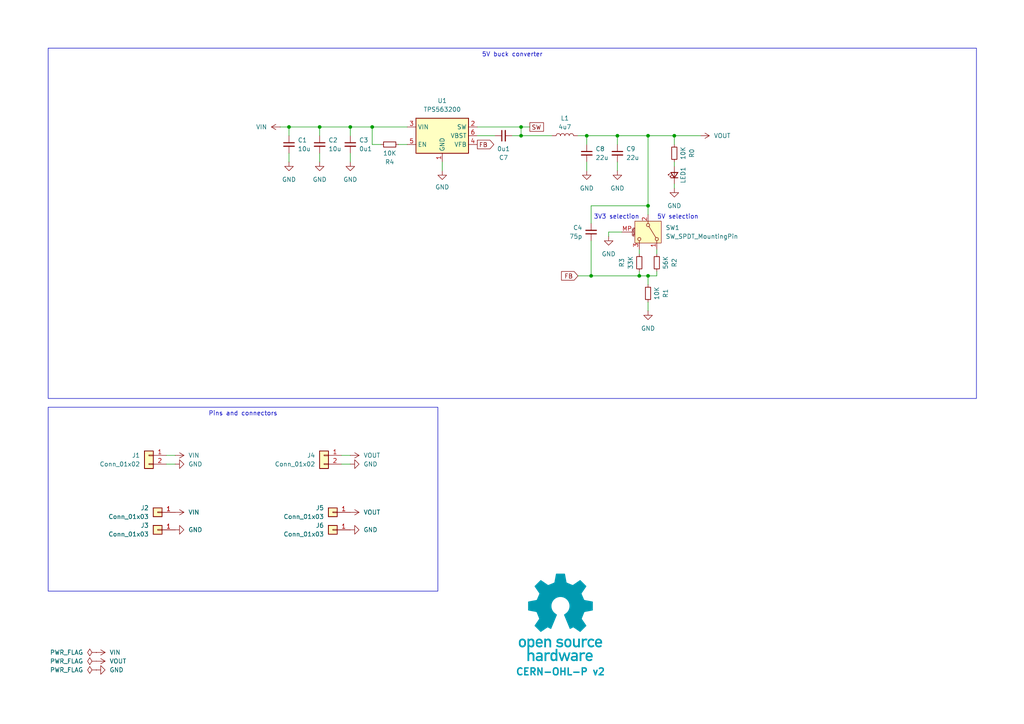
<source format=kicad_sch>
(kicad_sch (version 20231120) (generator "eeschema") (generator_version "8.0")
  (paper "A4")
  (lib_symbols
    (symbol "Connector_Generic:Conn_01x01" (pin_names (offset 1.016) hide)
      (property "Reference" "J" (at 0 2.54 0))
      (property "Value" "Conn_01x01" (at 0 -2.54 0))
      (symbol "Conn_01x01_1_1"
        (rectangle (start -1.27 0.127) (end 0 -0.127) (stroke (width 0.1524)))
        (rectangle (start -1.27 1.27) (end 1.27 -1.27) (stroke (width 0.254)) (fill (type background)))
        (pin passive line (at -5.08 0 0) (length 3.81) (name "Pin_1") (number "1"))
      )
    )
    (symbol "Connector_Generic:Conn_01x02" (pin_names (offset 1.016) hide)
      (property "Reference" "J" (at 0 2.54 0))
      (property "Value" "Conn_01x02" (at 0 -5.08 0))
      (symbol "Conn_01x02_1_1"
        (rectangle (start -1.27 -2.413) (end 0 -2.667) (stroke (width 0.1524)))
        (rectangle (start -1.27 0.127) (end 0 -0.127) (stroke (width 0.1524)))
        (rectangle (start -1.27 1.27) (end 1.27 -3.81) (stroke (width 0.254)) (fill (type background)))
        (pin passive line (at -5.08 0 0) (length 3.81) (name "Pin_1") (number "1"))
        (pin passive line (at -5.08 -2.54 0) (length 3.81) (name "Pin_2") (number "2"))
      )
    )
    (symbol "Device:C_Small" (pin_numbers hide) (pin_names (offset 0.254) hide)
      (property "Reference" "C" (at 0.254 1.778 0))
      (property "Value" "C_Small" (at 0.254 -2.032 0))
      (symbol "C_Small_0_1"
        (polyline (pts (xy -1.524 -0.508) (xy 1.524 -0.508)) (stroke (width 0.3302)))
        (polyline (pts (xy -1.524 0.508) (xy 1.524 0.508)) (stroke (width 0.3048)))
      )
      (symbol "C_Small_1_1"
        (pin passive line (at 0 2.54 270) (length 2.032) (name "~") (number "1"))
        (pin passive line (at 0 -2.54 90) (length 2.032) (name "~") (number "2"))
      )
    )
    (symbol "Device:L" (pin_numbers hide) (pin_names (offset 1.016) hide)
      (property "Reference" "L" (at -1.27 0 90))
      (property "Value" "L" (at 1.905 0 90))
      (symbol "L_0_1"
        (arc (start 0 -2.54) (mid 0.6323 -1.905) (end 0 -1.27))
        (arc (start 0 -1.27) (mid 0.6323 -0.635) (end 0 0))
        (arc (start 0 0) (mid 0.6323 0.635) (end 0 1.27))
        (arc (start 0 1.27) (mid 0.6323 1.905) (end 0 2.54))
      )
      (symbol "L_1_1"
        (pin passive line (at 0 3.81 270) (length 1.27) (name "1") (number "1"))
        (pin passive line (at 0 -3.81 90) (length 1.27) (name "2") (number "2"))
      )
    )
    (symbol "Device:LED_Small" (pin_numbers hide) (pin_names (offset 0.254) hide)
      (property "Reference" "D" (at -1.27 3.175 0))
      (property "Value" "LED_Small" (at -4.445 -2.54 0))
      (symbol "LED_Small_0_1"
        (polyline (pts (xy -0.762 -1.016) (xy -0.762 1.016)) (stroke (width 0.254)))
        (polyline (pts (xy 1.016 0) (xy -0.762 0)))
        (polyline (pts (xy 0.762 -1.016) (xy -0.762 0) (xy 0.762 1.016) (xy 0.762 -1.016)) (stroke (width 0.254)))
        (polyline (pts (xy 0 0.762) (xy -0.508 1.27) (xy -0.254 1.27) (xy -0.508 1.27) (xy -0.508 1.016)))
        (polyline (pts (xy 0.508 1.27) (xy 0 1.778) (xy 0.254 1.778) (xy 0 1.778) (xy 0 1.524)))
      )
      (symbol "LED_Small_1_1"
        (pin passive line (at -2.54 0 0) (length 1.778) (name "K") (number "1"))
        (pin passive line (at 2.54 0 180) (length 1.778) (name "A") (number "2"))
      )
    )
    (symbol "Device:R_Small" (pin_numbers hide) (pin_names (offset 0.254) hide)
      (property "Reference" "R" (at 0.762 0.508 0))
      (property "Value" "R_Small" (at 0.762 -1.016 0))
      (symbol "R_Small_0_1"
        (rectangle (start -0.762 1.778) (end 0.762 -1.778) (stroke (width 0.2032)))
      )
      (symbol "R_Small_1_1"
        (pin passive line (at 0 2.54 270) (length 0.762) (name "~") (number "1"))
        (pin passive line (at 0 -2.54 90) (length 0.762) (name "~") (number "2"))
      )
    )
    (symbol "Regulator_Switching:TPS563200"
      (property "Reference" "U" (at -7.62 6.35 0))
      (property "Value" "TPS563200" (at -2.54 6.35 0))
      (symbol "TPS563200_0_1"
        (rectangle (start -7.62 5.08) (end 7.62 -5.08) (stroke (width 0.254)) (fill (type background)))
      )
      (symbol "TPS563200_1_1"
        (pin power_in line (at 0 -7.62 90) (length 2.54) (name "GND") (number "1"))
        (pin output line (at 10.16 2.54 180) (length 2.54) (name "SW") (number "2"))
        (pin power_in line (at -10.16 2.54 0) (length 2.54) (name "VIN") (number "3"))
        (pin input line (at 10.16 -2.54 180) (length 2.54) (name "VFB") (number "4"))
        (pin input line (at -10.16 -2.54 0) (length 2.54) (name "EN") (number "5"))
        (pin passive line (at 10.16 0 180) (length 2.54) (name "VBST") (number "6"))
      )
    )
    (symbol "electromechanical:SW_SPDT_MountingPin" (pin_names (offset 0) hide)
      (property "Reference" "SW" (at 0 5.08 0))
      (property "Value" "SW_SPDT_MountingPin" (at 0 -5.08 0))
      (symbol "SW_SPDT_MountingPin_0_1"
        (circle (center -2.032 0) (radius 0.4572))
        (polyline (pts (xy -1.651 0.254) (xy 1.651 2.286)))
        (circle (center 2.032 -2.54) (radius 0.4572))
        (circle (center 2.032 2.54) (radius 0.4572))
      )
      (symbol "SW_SPDT_MountingPin_1_1"
        (rectangle (start -3.175 3.81) (end 3.175 -3.81) (fill (type background)))
        (polyline (pts (xy -1.016 -4.572) (xy 1.016 -4.572)) (stroke (width 0.1524)))
        (text "Mounting" (at 0 -4.191 0) (effects (font (size 0.381 0.381))))
        (pin passive line (at 5.08 2.54 180) (length 2.54) (name "A") (number "1"))
        (pin passive line (at -5.08 0 0) (length 2.54) (name "B") (number "2"))
        (pin passive line (at 5.08 -2.54 180) (length 2.54) (name "C") (number "3"))
        (pin passive line (at 0 -7.62 90) (length 3.048) (name "MountPin") (number "MP"))
      )
    )
    (symbol "power:GND" (power) (pin_numbers hide) (pin_names (offset 0) hide)
      (property "Value" "GND" (at 0 -3.81 0))
      (symbol "GND_0_1"
        (polyline (pts (xy 0 0) (xy 0 -1.27) (xy 1.27 -1.27) (xy 0 -2.54) (xy -1.27 -1.27) (xy 0 -1.27)))
      )
      (symbol "GND_1_1"
        (pin power_in line (at 0 0 270) (length 0) (name "~") (number "1"))
      )
    )
    (symbol "power:PWR_FLAG" (power) (pin_numbers hide) (pin_names (offset 0) hide)
      (property "Value" "PWR_FLAG" (at 0 3.81 0))
      (symbol "PWR_FLAG_0_0"
        (pin power_out line (at 0 0 90) (length 0) (name "~") (number "1"))
      )
      (symbol "PWR_FLAG_0_1"
        (polyline (pts (xy 0 0) (xy 0 1.27) (xy -1.016 1.905) (xy 0 2.54) (xy 1.016 1.905) (xy 0 1.27)))
      )
    )
    (symbol "power:VCC" (power) (pin_numbers hide) (pin_names (offset 0) hide)
      (property "Value" "VCC" (at 0 3.556 0))
      (symbol "VCC_0_1"
        (polyline (pts (xy -0.762 1.27) (xy 0 2.54)))
        (polyline (pts (xy 0 0) (xy 0 2.54)))
        (polyline (pts (xy 0 2.54) (xy 0.762 1.27)))
      )
      (symbol "VCC_1_1"
        (pin power_in line (at 0 0 90) (length 0) (name "~") (number "1"))
      )
    )
  )
  (junction (at 151.13 36.83))
  (junction (at 151.13 39.37))
  (junction (at 185.42 80.01))
  (junction (at 187.96 80.01))
  (junction (at 179.07 39.37))
  (junction (at 171.45 80.01))
  (junction (at 195.58 39.37))
  (junction (at 187.96 39.37))
  (junction (at 83.82 36.83))
  (junction (at 170.18 39.37))
  (junction (at 107.95 36.83))
  (junction (at 187.96 59.69))
  (junction (at 101.6 36.83))
  (junction (at 92.71 36.83))
  (wire (pts (xy 170.18 39.37) (xy 170.18 41.91)))
  (wire (pts (xy 115.57 41.91) (xy 118.11 41.91)))
  (wire (pts (xy 167.64 80.01) (xy 171.45 80.01)))
  (wire (pts (xy 92.71 36.83) (xy 101.6 36.83)))
  (wire (pts (xy 187.96 39.37) (xy 187.96 59.69)))
  (wire (pts (xy 128.27 49.53) (xy 128.27 46.99)))
  (wire (pts (xy 185.42 78.74) (xy 185.42 80.01)))
  (wire (pts (xy 187.96 39.37) (xy 195.58 39.37)))
  (wire (pts (xy 167.64 39.37) (xy 170.18 39.37)))
  (wire (pts (xy 171.45 69.85) (xy 171.45 80.01)))
  (wire (pts (xy 185.42 73.66) (xy 185.42 72.39)))
  (wire (pts (xy 203.2 39.37) (xy 195.58 39.37)))
  (wire (pts (xy 138.43 39.37) (xy 143.51 39.37)))
  (wire (pts (xy 92.71 39.37) (xy 92.71 36.83)))
  (wire (pts (xy 99.06 134.62) (xy 101.6 134.62)))
  (wire (pts (xy 195.58 46.99) (xy 195.58 48.26)))
  (wire (pts (xy 176.53 67.31) (xy 180.34 67.31)))
  (wire (pts (xy 81.28 36.83) (xy 83.82 36.83)))
  (wire (pts (xy 171.45 59.69) (xy 187.96 59.69)))
  (wire (pts (xy 101.6 39.37) (xy 101.6 36.83)))
  (wire (pts (xy 101.6 132.08) (xy 99.06 132.08)))
  (wire (pts (xy 48.26 132.08) (xy 50.8 132.08)))
  (wire (pts (xy 171.45 64.77) (xy 171.45 59.69)))
  (wire (pts (xy 190.5 73.66) (xy 190.5 72.39)))
  (wire (pts (xy 171.45 80.01) (xy 185.42 80.01)))
  (wire (pts (xy 148.59 39.37) (xy 151.13 39.37)))
  (wire (pts (xy 151.13 36.83) (xy 153.67 36.83)))
  (wire (pts (xy 195.58 41.91) (xy 195.58 39.37)))
  (wire (pts (xy 176.53 68.58) (xy 176.53 67.31)))
  (wire (pts (xy 107.95 41.91) (xy 110.49 41.91)))
  (wire (pts (xy 83.82 39.37) (xy 83.82 36.83)))
  (wire (pts (xy 179.07 41.91) (xy 179.07 39.37)))
  (wire (pts (xy 187.96 90.17) (xy 187.96 87.63)))
  (wire (pts (xy 187.96 59.69) (xy 187.96 62.23)))
  (wire (pts (xy 107.95 36.83) (xy 107.95 41.91)))
  (wire (pts (xy 101.6 46.99) (xy 101.6 44.45)))
  (wire (pts (xy 107.95 36.83) (xy 118.11 36.83)))
  (wire (pts (xy 170.18 39.37) (xy 179.07 39.37)))
  (wire (pts (xy 151.13 36.83) (xy 151.13 39.37)))
  (wire (pts (xy 92.71 46.99) (xy 92.71 44.45)))
  (wire (pts (xy 185.42 80.01) (xy 187.96 80.01)))
  (wire (pts (xy 187.96 39.37) (xy 179.07 39.37)))
  (wire (pts (xy 101.6 36.83) (xy 107.95 36.83)))
  (wire (pts (xy 48.26 134.62) (xy 50.8 134.62)))
  (wire (pts (xy 83.82 36.83) (xy 92.71 36.83)))
  (wire (pts (xy 190.5 80.01) (xy 187.96 80.01)))
  (wire (pts (xy 190.5 78.74) (xy 190.5 80.01)))
  (wire (pts (xy 179.07 49.53) (xy 179.07 46.99)))
  (wire (pts (xy 138.43 36.83) (xy 151.13 36.83)))
  (wire (pts (xy 187.96 80.01) (xy 187.96 82.55)))
  (wire (pts (xy 170.18 49.53) (xy 170.18 46.99)))
  (wire (pts (xy 83.82 46.99) (xy 83.82 44.45)))
  (wire (pts (xy 195.58 54.61) (xy 195.58 53.34)))
  (wire (pts (xy 151.13 39.37) (xy 160.02 39.37)))
  (image (at 162.56 179.07) (scale 0.37481))
  (text_box "Pins and connectors" (at 13.97 118.11 0) (size 113.03 53.34) (effects (font (size 1.27 1.27)) (justify top)))
  (text_box "5V buck converter\n" (at 13.97 13.97 0) (size 269.24 101.6) (effects (font (size 1.27 1.27)) (justify top)))
  (text "CERN-OHL-P v2" (at 162.56 195.072 0) (effects (font (size 2 2) (thickness 0.4) (bold yes))))
  (text "3V3 selection" (at 178.816 62.992 0) (effects (font (size 1.27 1.27))))
  (text "5V selection" (at 196.596 62.992 0) (effects (font (size 1.27 1.27))))
  (global_label "SW" (shape passive) (at 153.67 36.83 0) (property "Intersheetrefs" "${INTERSHEET_REFS}" (effects (hide yes))))
  (global_label "FB" (shape output) (at 138.43 41.91 0) (property "Intersheetrefs" "${INTERSHEET_REFS}" (effects (hide yes))))
  (global_label "FB" (shape input) (at 167.64 80.01 180) (property "Intersheetrefs" "${INTERSHEET_REFS}" (effects (hide yes))))
  (symbol (lib_id "Device:C_Small") (at 146.05 39.37 90) (mirror x) (unit 1)
    (property "Reference" "C7" (at 146.0563 45.72 90))
    (property "Value" "0u1" (at 146.0563 43.18 90))
    (property "Footprint" "custom:C_0603_1608Metric_Pad1.08x0.95mm_HandSolder" (effects (hide yes)))
    (property "Description" "Unpolarized capacitor, small symbol" (effects (hide yes)))
  )
  (symbol (lib_id "Regulator_Switching:TPS563200") (at 128.27 39.37 0) (unit 1)
    (property "Reference" "U1" (at 128.27 29.21 0))
    (property "Value" "TPS563200" (at 128.27 31.75 0))
    (property "Footprint" "Package_TO_SOT_SMD:SOT-23-6" (effects (hide yes)))
    (property "Datasheet" "http://www.ti.com/lit/ds/symlink/tps563200.pdf" (effects (hide yes)))
    (property "Description" "3A Synchronous Step-Down Voltage Regulator, Adjustable Output Voltage, 4.5-17V Input Voltage, SOT-23-6" (effects (hide yes)))
  )
  (symbol (lib_id "Device:C_Small") (at 101.6 41.91 0) (unit 1)
    (property "Reference" "C3" (at 104.14 40.6462 0) (effects (justify left)))
    (property "Value" "0u1" (at 104.14 43.1862 0) (effects (justify left)))
    (property "Footprint" "custom:C_0603_1608Metric_Pad1.08x0.95mm_HandSolder" (effects (hide yes)))
    (property "Description" "Unpolarized capacitor, small symbol" (effects (hide yes)))
  )
  (symbol (lib_id "Device:LED_Small") (at 195.58 50.8 90) (unit 1)
    (property "Reference" "LED1" (at 198.12 50.8 0))
    (property "Value" "LED_Small" (effects (hide yes)))
    (property "Footprint" "custom:LED_0603_1608Metric_Pad1.05x0.95mm_HandSolder_simple" (effects (hide yes)))
    (property "Description" "Light emitting diode, small symbol" (effects (hide yes)))
  )
  (symbol (lib_id "power:GND") (at 179.07 49.53 0) (unit 1)
    (property "Reference" "#PWR017" (effects (hide yes)))
    (property "Value" "GND" (at 179.07 54.61 0))
    (property "Description" "Power symbol creates a global label with name \"GND\" , ground" (effects (hide yes)))
  )
  (symbol (lib_id "power:VCC") (at 101.6 148.59 270) (mirror x) (unit 1)
    (property "Reference" "#PWR013" (effects (hide yes)))
    (property "Value" "VOUT" (at 105.41 148.5899 90) (effects (justify left)))
    (property "Description" "Power symbol creates a global label with name \"VCC\"" (effects (hide yes)))
  )
  (symbol (lib_id "Device:R_Small") (at 190.5 76.2 0) (mirror x) (unit 1)
    (property "Reference" "R2" (at 195.58 76.2 90))
    (property "Value" "56K" (at 193.04 76.2 90))
    (property "Footprint" "Resistor_SMD:R_0603_1608Metric_Pad0.98x0.95mm_HandSolder" (effects (hide yes)))
    (property "Description" "Resistor, small symbol" (effects (hide yes)))
  )
  (symbol (lib_id "power:PWR_FLAG") (at 27.94 189.23 90) (unit 1)
    (property "Reference" "#FLG03" (effects (hide yes)))
    (property "Value" "PWR_FLAG" (at 24.13 189.2299 90) (effects (justify left)))
    (property "Description" "Special symbol for telling ERC where power comes from" (effects (hide yes)))
  )
  (symbol (lib_id "power:GND") (at 170.18 49.53 0) (unit 1)
    (property "Reference" "#PWR016" (effects (hide yes)))
    (property "Value" "GND" (at 170.18 54.61 0))
    (property "Description" "Power symbol creates a global label with name \"GND\" , ground" (effects (hide yes)))
  )
  (symbol (lib_id "Connector_Generic:Conn_01x01") (at 45.72 148.59 0) (mirror y) (unit 1)
    (property "Reference" "J2" (at 43.18 147.3199 0) (effects (justify left)))
    (property "Value" "Conn_01x03" (at 43.18 149.8599 0) (effects (justify left)))
    (property "Footprint" "custom:PinHeader_1x01_P2.54mm_simple" (effects (hide yes)))
    (property "Description" "Generic connector, single row, 01x01, script generated (kicad-library-utils/schlib/autogen/connector/)" (effects (hide yes)))
  )
  (symbol (lib_id "power:GND") (at 101.6 153.67 90) (mirror x) (unit 1)
    (property "Reference" "#PWR014" (effects (hide yes)))
    (property "Value" "GND" (at 105.41 153.6699 90) (effects (justify right)))
    (property "Description" "Power symbol creates a global label with name \"GND\" , ground" (effects (hide yes)))
  )
  (symbol (lib_id "Connector_Generic:Conn_01x01") (at 45.72 153.67 0) (mirror y) (unit 1)
    (property "Reference" "J3" (at 43.18 152.3999 0) (effects (justify left)))
    (property "Value" "Conn_01x03" (at 43.18 154.9399 0) (effects (justify left)))
    (property "Footprint" "custom:PinHeader_1x01_P2.54mm_simple_square" (effects (hide yes)))
    (property "Description" "Generic connector, single row, 01x01, script generated (kicad-library-utils/schlib/autogen/connector/)" (effects (hide yes)))
  )
  (symbol (lib_id "Device:C_Small") (at 170.18 44.45 0) (unit 1)
    (property "Reference" "C8" (at 172.72 43.1862 0) (effects (justify left)))
    (property "Value" "22u" (at 172.72 45.7262 0) (effects (justify left)))
    (property "Footprint" "custom:C_0805_2012Metric_Pad1.18x1.45mm_HandSolder" (effects (hide yes)))
    (property "Description" "Unpolarized capacitor, small symbol" (effects (hide yes)))
  )
  (symbol (lib_id "power:VCC") (at 27.94 191.77 270) (unit 1)
    (property "Reference" "#PWR01" (effects (hide yes)))
    (property "Value" "VOUT" (at 31.75 191.7699 90) (effects (justify left)))
    (property "Description" "Power symbol creates a global label with name \"VCC\"" (effects (hide yes)))
  )
  (symbol (lib_id "Device:C_Small") (at 171.45 67.31 0) (mirror x) (unit 1)
    (property "Reference" "C4" (at 168.91 66.0335 0) (effects (justify right)))
    (property "Value" "75p" (at 168.91 68.5735 0) (effects (justify right)))
    (property "Footprint" "custom:C_0603_1608Metric_Pad1.08x0.95mm_HandSolder" (effects (hide yes)))
    (property "Description" "Unpolarized capacitor, small symbol" (effects (hide yes)))
  )
  (symbol (lib_id "electromechanical:SW_SPDT_MountingPin") (at 187.96 67.31 270) (unit 1)
    (property "Reference" "SW1" (at 193.04 66.0399 90) (effects (justify left)))
    (property "Value" "SW_SPDT_MountingPin" (at 193.04 68.5799 90) (effects (justify left)))
    (property "Footprint" "electromechanical:SW_SPDT_PCM12" (effects (hide yes)))
    (property "Description" "Switch, single pole double throw, with mounting pin" (effects (hide yes)))
  )
  (symbol (lib_id "power:GND") (at 128.27 49.53 0) (unit 1)
    (property "Reference" "#PWR015" (effects (hide yes)))
    (property "Value" "GND" (at 128.27 54.2601 0))
    (property "Description" "Power symbol creates a global label with name \"GND\" , ground" (effects (hide yes)))
  )
  (symbol (lib_id "power:VCC") (at 101.6 132.08 270) (mirror x) (unit 1)
    (property "Reference" "#PWR011" (effects (hide yes)))
    (property "Value" "VOUT" (at 105.41 132.0799 90) (effects (justify left)))
    (property "Description" "Power symbol creates a global label with name \"VCC\"" (effects (hide yes)))
  )
  (symbol (lib_id "Device:R_Small") (at 185.42 76.2 0) (mirror y) (unit 1)
    (property "Reference" "R3" (at 180.34 76.2 90))
    (property "Value" "33K" (at 182.88 76.2 90))
    (property "Footprint" "Resistor_SMD:R_0603_1608Metric_Pad0.98x0.95mm_HandSolder" (effects (hide yes)))
    (property "Description" "Resistor, small symbol" (effects (hide yes)))
  )
  (symbol (lib_id "power:GND") (at 27.94 194.31 90) (unit 1)
    (property "Reference" "#PWR02" (effects (hide yes)))
    (property "Value" "GND" (at 31.75 194.3099 90) (effects (justify right)))
    (property "Description" "Power symbol creates a global label with name \"GND\" , ground" (effects (hide yes)))
  )
  (symbol (lib_id "power:GND") (at 50.8 134.62 90) (mirror x) (unit 1)
    (property "Reference" "#PWR05" (effects (hide yes)))
    (property "Value" "GND" (at 54.61 134.6199 90) (effects (justify right)))
    (property "Description" "Power symbol creates a global label with name \"GND\" , ground" (effects (hide yes)))
  )
  (symbol (lib_id "Connector_Generic:Conn_01x01") (at 96.52 153.67 0) (mirror y) (unit 1)
    (property "Reference" "J6" (at 93.98 152.3999 0) (effects (justify left)))
    (property "Value" "Conn_01x03" (at 93.98 154.9399 0) (effects (justify left)))
    (property "Footprint" "custom:PinHeader_1x01_P2.54mm_simple_square" (effects (hide yes)))
    (property "Description" "Generic connector, single row, 01x01, script generated (kicad-library-utils/schlib/autogen/connector/)" (effects (hide yes)))
  )
  (symbol (lib_id "Device:L") (at 163.83 39.37 90) (unit 1)
    (property "Reference" "L1" (at 163.83 34.29 90))
    (property "Value" "4u7" (at 163.83 36.83 90))
    (property "Footprint" "custom:Inductor_Multi_5.2x5.7_2x2.5" (effects (hide yes)))
    (property "Description" "Inductor" (effects (hide yes)))
  )
  (symbol (lib_id "power:VCC") (at 81.28 36.83 90) (unit 1)
    (property "Reference" "#PWR08" (effects (hide yes)))
    (property "Value" "VIN" (at 77.47 36.8299 90) (effects (justify left)))
    (property "Description" "Power symbol creates a global label with name \"VCC\"" (effects (hide yes)))
  )
  (symbol (lib_id "power:VCC") (at 50.8 148.59 270) (mirror x) (unit 1)
    (property "Reference" "#PWR06" (effects (hide yes)))
    (property "Value" "VIN" (at 54.61 148.5899 90) (effects (justify left)))
    (property "Description" "Power symbol creates a global label with name \"VCC\"" (effects (hide yes)))
  )
  (symbol (lib_id "power:GND") (at 101.6 46.99 0) (unit 1)
    (property "Reference" "#PWR010" (effects (hide yes)))
    (property "Value" "GND" (at 101.6 52.07 0))
    (property "Description" "Power symbol creates a global label with name \"GND\" , ground" (effects (hide yes)))
  )
  (symbol (lib_id "power:VCC") (at 50.8 132.08 270) (mirror x) (unit 1)
    (property "Reference" "#PWR04" (effects (hide yes)))
    (property "Value" "VIN" (at 54.61 132.0799 90) (effects (justify left)))
    (property "Description" "Power symbol creates a global label with name \"VCC\"" (effects (hide yes)))
  )
  (symbol (lib_id "power:GND") (at 101.6 134.62 90) (mirror x) (unit 1)
    (property "Reference" "#PWR012" (effects (hide yes)))
    (property "Value" "GND" (at 105.41 134.6199 90) (effects (justify right)))
    (property "Description" "Power symbol creates a global label with name \"GND\" , ground" (effects (hide yes)))
  )
  (symbol (lib_id "Device:R_Small") (at 113.03 41.91 90) (mirror x) (unit 1)
    (property "Reference" "R4" (at 113.03 46.99 90))
    (property "Value" "10K" (at 113.03 44.45 90))
    (property "Footprint" "Resistor_SMD:R_0603_1608Metric_Pad0.98x0.95mm_HandSolder" (effects (hide yes)))
    (property "Description" "Resistor, small symbol" (effects (hide yes)))
  )
  (symbol (lib_id "power:VCC") (at 27.94 189.23 270) (unit 1)
    (property "Reference" "#PWR03" (effects (hide yes)))
    (property "Value" "VIN" (at 31.75 189.2299 90) (effects (justify left)))
    (property "Description" "Power symbol creates a global label with name \"VCC\"" (effects (hide yes)))
  )
  (symbol (lib_id "power:PWR_FLAG") (at 27.94 191.77 90) (unit 1)
    (property "Reference" "#FLG01" (effects (hide yes)))
    (property "Value" "PWR_FLAG" (at 24.13 191.7699 90) (effects (justify left)))
    (property "Description" "Special symbol for telling ERC where power comes from" (effects (hide yes)))
  )
  (symbol (lib_id "Connector_Generic:Conn_01x02") (at 93.98 132.08 0) (mirror y) (unit 1)
    (property "Reference" "J4" (at 91.44 132.0799 0) (effects (justify left)))
    (property "Value" "Conn_01x02" (at 91.44 134.6199 0) (effects (justify left)))
    (property "Footprint" "custom:Conn_Combo_JST-1x02-XH_PH-THT-pad2gnd" (effects (hide yes)))
    (property "Description" "Generic connector, single row, 01x02, script generated (kicad-library-utils/schlib/autogen/connector/)" (effects (hide yes)))
  )
  (symbol (lib_id "power:GND") (at 50.8 153.67 90) (mirror x) (unit 1)
    (property "Reference" "#PWR07" (effects (hide yes)))
    (property "Value" "GND" (at 54.61 153.6699 90) (effects (justify right)))
    (property "Description" "Power symbol creates a global label with name \"GND\" , ground" (effects (hide yes)))
  )
  (symbol (lib_id "Device:C_Small") (at 92.71 41.91 0) (unit 1)
    (property "Reference" "C2" (at 95.25 40.6462 0) (effects (justify left)))
    (property "Value" "10u" (at 95.25 43.1862 0) (effects (justify left)))
    (property "Footprint" "custom:C_0603_1608Metric_Pad1.08x0.95mm_HandSolder" (effects (hide yes)))
    (property "Description" "Unpolarized capacitor, small symbol" (effects (hide yes)))
  )
  (symbol (lib_id "Connector_Generic:Conn_01x02") (at 43.18 132.08 0) (mirror y) (unit 1)
    (property "Reference" "J1" (at 40.64 132.0799 0) (effects (justify left)))
    (property "Value" "Conn_01x02" (at 40.64 134.6199 0) (effects (justify left)))
    (property "Footprint" "custom:Conn_Combo_JST-1x02-XH_PH-THT-pad2gnd" (effects (hide yes)))
    (property "Description" "Generic connector, single row, 01x02, script generated (kicad-library-utils/schlib/autogen/connector/)" (effects (hide yes)))
  )
  (symbol (lib_id "Device:R_Small") (at 195.58 44.45 0) (mirror x) (unit 1)
    (property "Reference" "R0" (at 200.66 44.45 90))
    (property "Value" "10K" (at 198.12 44.45 90))
    (property "Footprint" "Resistor_SMD:R_0603_1608Metric_Pad0.98x0.95mm_HandSolder" (effects (hide yes)))
    (property "Description" "Resistor, small symbol" (effects (hide yes)))
  )
  (symbol (lib_id "Device:R_Small") (at 187.96 85.09 0) (mirror x) (unit 1)
    (property "Reference" "R1" (at 193.04 85.09 90))
    (property "Value" "10K" (at 190.5 85.09 90))
    (property "Footprint" "Resistor_SMD:R_0603_1608Metric_Pad0.98x0.95mm_HandSolder" (effects (hide yes)))
    (property "Description" "Resistor, small symbol" (effects (hide yes)))
  )
  (symbol (lib_id "Device:C_Small") (at 179.07 44.45 0) (unit 1)
    (property "Reference" "C9" (at 181.61 43.1862 0) (effects (justify left)))
    (property "Value" "22u" (at 181.61 45.7262 0) (effects (justify left)))
    (property "Footprint" "custom:C_0805_2012Metric_Pad1.18x1.45mm_HandSolder" (effects (hide yes)))
    (property "Description" "Unpolarized capacitor, small symbol" (effects (hide yes)))
  )
  (symbol (lib_id "power:PWR_FLAG") (at 27.94 194.31 90) (unit 1)
    (property "Reference" "#FLG02" (effects (hide yes)))
    (property "Value" "PWR_FLAG" (at 24.13 194.3099 90) (effects (justify left)))
    (property "Description" "Special symbol for telling ERC where power comes from" (effects (hide yes)))
  )
  (symbol (lib_id "power:GND") (at 187.96 90.17 0) (unit 1)
    (property "Reference" "#PWR020" (effects (hide yes)))
    (property "Value" "GND" (at 187.96 95.25 0))
    (property "Description" "Power symbol creates a global label with name \"GND\" , ground" (effects (hide yes)))
  )
  (symbol (lib_id "power:GND") (at 176.53 68.58 0) (unit 1)
    (property "Reference" "#PWR022" (effects (hide yes)))
    (property "Value" "GND" (at 176.53 73.66 0))
    (property "Description" "Power symbol creates a global label with name \"GND\" , ground" (effects (hide yes)))
  )
  (symbol (lib_id "power:VCC") (at 203.2 39.37 270) (unit 1)
    (property "Reference" "#PWR018" (effects (hide yes)))
    (property "Value" "VOUT" (at 207.01 39.3701 90) (effects (justify left)))
    (property "Description" "Power symbol creates a global label with name \"VCC\"" (effects (hide yes)))
  )
  (symbol (lib_id "Device:C_Small") (at 83.82 41.91 0) (unit 1)
    (property "Reference" "C1" (at 86.36 40.6462 0) (effects (justify left)))
    (property "Value" "10u" (at 86.36 43.1862 0) (effects (justify left)))
    (property "Footprint" "custom:C_0603_1608Metric_Pad1.08x0.95mm_HandSolder" (effects (hide yes)))
    (property "Description" "Unpolarized capacitor, small symbol" (effects (hide yes)))
  )
  (symbol (lib_id "power:GND") (at 83.82 46.99 0) (unit 1)
    (property "Reference" "#PWR09" (effects (hide yes)))
    (property "Value" "GND" (at 83.82 52.07 0))
    (property "Description" "Power symbol creates a global label with name \"GND\" , ground" (effects (hide yes)))
  )
  (symbol (lib_id "Connector_Generic:Conn_01x01") (at 96.52 148.59 0) (mirror y) (unit 1)
    (property "Reference" "J5" (at 93.98 147.3199 0) (effects (justify left)))
    (property "Value" "Conn_01x03" (at 93.98 149.8599 0) (effects (justify left)))
    (property "Footprint" "custom:PinHeader_1x01_P2.54mm_simple" (effects (hide yes)))
    (property "Description" "Generic connector, single row, 01x01, script generated (kicad-library-utils/schlib/autogen/connector/)" (effects (hide yes)))
  )
  (symbol (lib_id "power:GND") (at 195.58 54.61 0) (unit 1)
    (property "Reference" "#PWR019" (effects (hide yes)))
    (property "Value" "GND" (at 195.58 59.69 0))
    (property "Description" "Power symbol creates a global label with name \"GND\" , ground" (effects (hide yes)))
  )
  (symbol (lib_id "power:GND") (at 92.71 46.99 0) (unit 1)
    (property "Reference" "#PWR021" (effects (hide yes)))
    (property "Value" "GND" (at 92.71 52.07 0))
    (property "Description" "Power symbol creates a global label with name \"GND\" , ground" (effects (hide yes)))
  )
)
</source>
